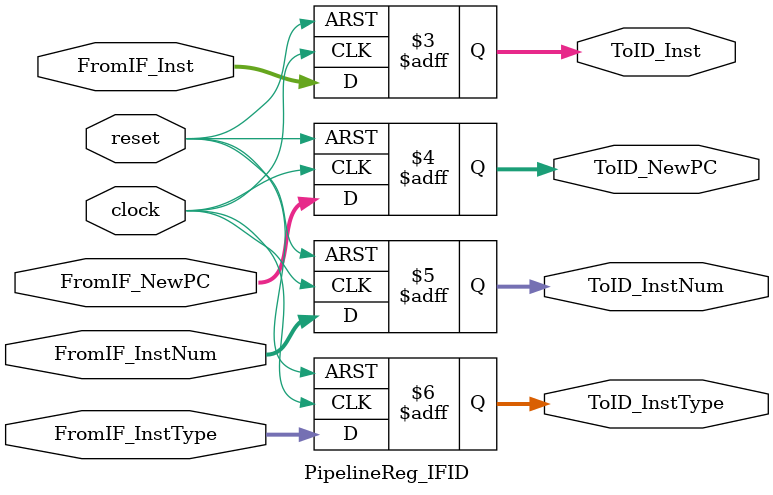
<source format=v>
`timescale 1ns / 1ps
module PipelineReg_IFID(
    input wire clock,
    input wire reset,
    
    input wire [31:0] FromIF_Inst,
    input wire [31:0] FromIF_NewPC,
    input wire [3:0]  FromIF_InstNum,
    input wire [3:0]  FromIF_InstType,
    
    output reg [31:0] ToID_Inst,
    output reg [31:0] ToID_NewPC,
    output reg [3:0]  ToID_InstNum,
    output reg [3:0]  ToID_InstType
    );

    always @ (posedge clock or posedge reset) begin
        if (reset == 1) begin
            ToID_Inst <= 32'b0;
            ToID_NewPC <= 32'b0;
            ToID_InstNum <= 4'b0;
            ToID_InstType <= 4'b0;
        end
        else begin
            ToID_Inst <= FromIF_Inst;
            ToID_NewPC <= FromIF_NewPC;
            ToID_InstNum <= FromIF_InstNum;
            ToID_InstType <= FromIF_InstType;
        end
    end

endmodule

</source>
